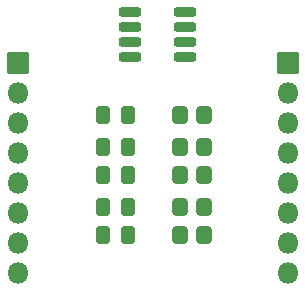
<source format=gts>
%TF.GenerationSoftware,KiCad,Pcbnew,7.0.8*%
%TF.CreationDate,2024-10-03T16:47:23-07:00*%
%TF.ProjectId,lab6PCB,6c616236-5043-4422-9e6b-696361645f70,v01*%
%TF.SameCoordinates,Original*%
%TF.FileFunction,Soldermask,Top*%
%TF.FilePolarity,Negative*%
%FSLAX46Y46*%
G04 Gerber Fmt 4.6, Leading zero omitted, Abs format (unit mm)*
G04 Created by KiCad (PCBNEW 7.0.8) date 2024-10-03 16:47:23*
%MOMM*%
%LPD*%
G01*
G04 APERTURE LIST*
G04 Aperture macros list*
%AMRoundRect*
0 Rectangle with rounded corners*
0 $1 Rounding radius*
0 $2 $3 $4 $5 $6 $7 $8 $9 X,Y pos of 4 corners*
0 Add a 4 corners polygon primitive as box body*
4,1,4,$2,$3,$4,$5,$6,$7,$8,$9,$2,$3,0*
0 Add four circle primitives for the rounded corners*
1,1,$1+$1,$2,$3*
1,1,$1+$1,$4,$5*
1,1,$1+$1,$6,$7*
1,1,$1+$1,$8,$9*
0 Add four rect primitives between the rounded corners*
20,1,$1+$1,$2,$3,$4,$5,0*
20,1,$1+$1,$4,$5,$6,$7,0*
20,1,$1+$1,$6,$7,$8,$9,0*
20,1,$1+$1,$8,$9,$2,$3,0*%
G04 Aperture macros list end*
%ADD10RoundRect,0.230800X-0.710000X-0.180000X0.710000X-0.180000X0.710000X0.180000X-0.710000X0.180000X0*%
%ADD11RoundRect,0.300800X-0.350000X-0.450000X0.350000X-0.450000X0.350000X0.450000X-0.350000X0.450000X0*%
%ADD12RoundRect,0.050800X-0.850000X-0.850000X0.850000X-0.850000X0.850000X0.850000X-0.850000X0.850000X0*%
%ADD13O,1.801600X1.801600*%
%ADD14RoundRect,0.300800X0.325000X0.450000X-0.325000X0.450000X-0.325000X-0.450000X0.325000X-0.450000X0*%
G04 APERTURE END LIST*
D10*
%TO.C,U1*%
X148917000Y-123849500D03*
X148917000Y-125119500D03*
X148917000Y-126389500D03*
X148917000Y-127659500D03*
X153597000Y-127659500D03*
X153597000Y-126389500D03*
X153597000Y-125119500D03*
X153597000Y-123849500D03*
%TD*%
D11*
%TO.C,R5*%
X155178000Y-137668000D03*
X153178000Y-137668000D03*
%TD*%
%TO.C,R4*%
X153178000Y-140335000D03*
X155178000Y-140335000D03*
%TD*%
%TO.C,R3*%
X153178000Y-132588000D03*
X155178000Y-132588000D03*
%TD*%
%TO.C,R2*%
X155178000Y-135255000D03*
X153178000Y-135255000D03*
%TD*%
%TO.C,R1*%
X155178000Y-142748000D03*
X153178000Y-142748000D03*
%TD*%
D12*
%TO.C,J2*%
X162306000Y-128209000D03*
D13*
X162306000Y-130749000D03*
X162306000Y-133289000D03*
X162306000Y-135829000D03*
X162306000Y-138369000D03*
X162306000Y-140909000D03*
X162306000Y-143449000D03*
X162306000Y-145989000D03*
%TD*%
D12*
%TO.C,J1*%
X139446000Y-128209000D03*
D13*
X139446000Y-130749000D03*
X139446000Y-133289000D03*
X139446000Y-135829000D03*
X139446000Y-138369000D03*
X139446000Y-140909000D03*
X139446000Y-143449000D03*
X139446000Y-145989000D03*
%TD*%
D14*
%TO.C,D5*%
X146676000Y-137668000D03*
X148726000Y-137668000D03*
%TD*%
%TO.C,D4*%
X146676000Y-140335000D03*
X148726000Y-140335000D03*
%TD*%
%TO.C,D3*%
X146676000Y-132588000D03*
X148726000Y-132588000D03*
%TD*%
%TO.C,D2*%
X146676000Y-135255000D03*
X148726000Y-135255000D03*
%TD*%
%TO.C,D1*%
X148726000Y-142748000D03*
X146676000Y-142748000D03*
%TD*%
M02*

</source>
